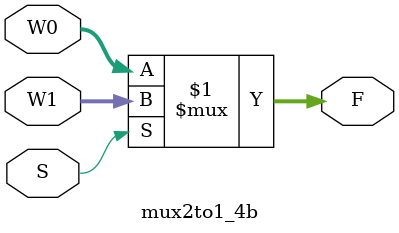
<source format=v>
module mux2to1_4b(F, W0, W1, S);
	
	input [3:0] W0, W1;
	input S;
	output [3:0] F;
	
	assign F = S ? W1 : W0;
endmodule

</source>
